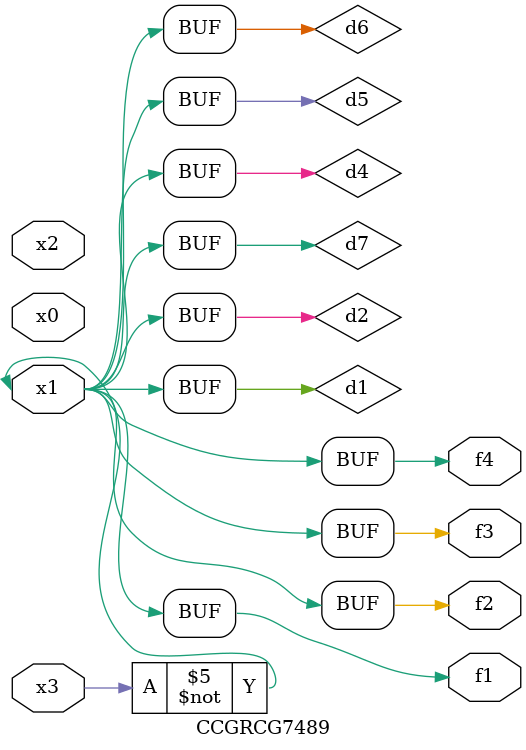
<source format=v>
module CCGRCG7489(
	input x0, x1, x2, x3,
	output f1, f2, f3, f4
);

	wire d1, d2, d3, d4, d5, d6, d7;

	not (d1, x3);
	buf (d2, x1);
	xnor (d3, d1, d2);
	nor (d4, d1);
	buf (d5, d1, d2);
	buf (d6, d4, d5);
	nand (d7, d4);
	assign f1 = d6;
	assign f2 = d7;
	assign f3 = d6;
	assign f4 = d6;
endmodule

</source>
